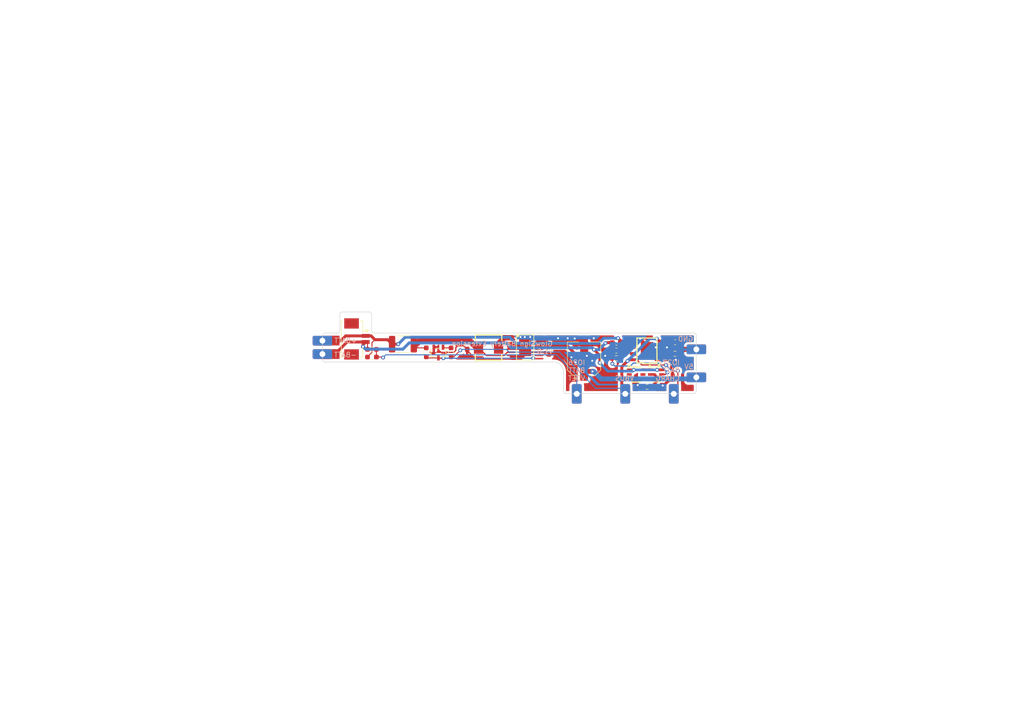
<source format=kicad_pcb>
(kicad_pcb (version 20211014) (generator pcbnew)
  (layers (0 "F.Cu" signal) (31 "B.Cu" signal) (34 "B.Paste" user) (35 "F.Paste" user) (36 "B.SilkS" user "B.Silkscreen") (37 "F.SilkS" user "F.Silkscreen") (38 "B.Mask" user) (39 "F.Mask" user) (44 "Edge.Cuts" user))
  (net 0 "")
  (net 1 "GND")
  (net 2 "VBUS")
  (net 3 "Net-(C2-Pad1)")
  (net 4 "+BATT")
  (net 5 "-BATT")
  (net 6 "+5V")
  (net 7 "IO26{slash}BATT VOLT")
  (net 8 "Net-(R3-Pad2)")
  (net 9 "Net-(R5-Pad2)")
  (net 10 "Net-(R7-Pad1)")
  (net 11 "Net-(R8-Pad1)")
  (net 14 "Net-(U3-Pad4)")
  (net 16 "Net-(U3-Pad6)")
  (net 18 "IO27{slash}BATT CHARGING")
  (net 20 "Net-(R4-Pad2)")
  (net 24 "Net-(U4-Pad1)")
  (footprint "footprint:SOT-23-6_L2.9-W1.6-P0.95-LS2.8-BL" (layer "F.Cu") (at 134.600698 76.875638 -90)
    (fp_text reference "U6" hide)
    (fp_text value "DW01A")
    (fp_line (start -1.539192 0.889205) (end -1.539192 -0.889205) (layer "F.SilkS") (width 0.1524))
    (fp_line (start 1.539192 0.889205) (end 1.539192 -0.889205) (layer "F.SilkS") (width 0.1524))
    (fp_circle (center -1.668275 1.301499) (end -1.518161 1.301499) (layer "F.SilkS") (width 0.3) (fill none))
    (fp_circle (center -1.463043 1.4) (end -1.41303 1.4) (layer "F.SilkS") (width 0.1) (fill none))
    (pad "1" smd rect (at -0.949962 1.149098 270) (size 0.532004 1.072009) (layers "F.Cu" "F.Paste" "F.Mask") (net 16 "Net-(U3-Pad6)"))
    (pad "2" smd rect (at 0 1.149098 270) (size 0.532004 1.072009) (layers "F.Cu" "F.Paste" "F.Mask") (net 9 "Net-(R5-Pad2)"))
    (pad "3" smd rect (at 0.949962 1.149098 270) (size 0.532004 1.072009) (layers "F.Cu" "F.Paste" "F.Mask") (net 14 "Net-(U3-Pad4)"))
    (pad "4" smd rect (at 0.949962 -1.149098 270) (size 0.532004 1.072009) (layers "F.Cu" "F.Paste" "F.Mask"))
    (pad "5" smd rect (at 0 -1.149098 270) (size 0.532004 1.072009) (layers "F.Cu" "F.Paste" "F.Mask") (net 11 "Net-(R8-Pad1)"))
    (pad "6" smd rect (at -0.949962 -1.149098 270) (size 0.532004 1.072009) (layers "F.Cu" "F.Paste" "F.Mask") (net 5 "-BATT"))
  )
  (footprint "Capacitor_SMD:C_0603_1608Metric_Pad1.08x0.95mm_HandSolder" (layer "F.Cu") (at 126.4412 70.358)
    (fp_text reference "C5" hide)
    (fp_text value "0.1uF")
    (fp_line (start -0.146267 0.51) (end 0.146267 0.51) (layer "F.SilkS") (width 0.12))
    (fp_line (start -0.146267 -0.51) (end 0.146267 -0.51) (layer "F.SilkS") (width 0.12))
    (pad "1" smd roundrect (at -0.8625 0) (size 1.075 0.95) (layers "F.Cu" "F.Paste" "F.Mask") (net 5 "-BATT"))
    (pad "2" smd roundrect (at 0.8625 0) (size 1.075 0.95) (layers "F.Cu" "F.Paste" "F.Mask") (net 4 "+BATT"))
  )
  (footprint "footprint:CONN-SMD_2P-P1.25_L4.4-W7.4" (layer "F.Cu") (at 73.924685 69.596 -90)
    (fp_text reference "U1" hide)
    (fp_text value "M1250RS-02P")
    (fp_line (start -1.790069 -1.685027) (end -1.789535 -1.095669) (layer "F.SilkS") (width 0.254001))
    (fp_line (start -1.748895 -1.65447) (end -1.790069 -1.695009) (layer "F.SilkS") (width 0.254001))
    (fp_line (start -1.769215 -1.095669) (end -1.479655 -1.38523) (layer "F.SilkS") (width 0.254001))
    (fp_line (start -3.700025 -0.604966) (end -3.683 -0.0508) (layer "F.SilkS") (width 0.12))
    (fp_line (start -3.700025 3.795085) (end 3.700025 3.795085) (layer "F.SilkS") (width 0.12))
    (fp_line (start -1.479655 -1.38523) (end -1.748895 -1.65447) (layer "F.SilkS") (width 0.254001))
    (fp_line (start 3.7084 0) (end 3.700025 -0.604966) (layer "F.SilkS") (width 0.12))
    (fp_line (start -3.700025 -0.604966) (end -1.3462 -0.6096) (layer "F.SilkS") (width 0.12))
    (fp_line (start -3.7084 3.4798) (end -3.700025 3.795085) (layer "F.SilkS") (width 0.12))
    (fp_line (start 3.700025 3.795085) (end 3.7084 3.4036) (layer "F.SilkS") (width 0.12))
    (fp_line (start 3.6576 -0.604966) (end 1.397 -0.604966) (layer "F.SilkS") (width 0.12))
    (fp_line (start -1.789535 -1.095669) (end -1.769215 -1.095669) (layer "F.SilkS") (width 0.254001))
    (pad "0" smd rect (at -3.175006 1.695009 270) (size 2.1 3) (layers "F.Cu" "F.Paste" "F.Mask"))
    (pad "0" smd rect (at 3.175006 1.695009 270) (size 2.1 3) (layers "F.Cu" "F.Paste" "F.Mask"))
    (pad "1" smd rect (at -0.625095 -1.204915 270) (size 0.8 1.6) (layers "F.Cu" "F.Paste" "F.Mask") (net 4 "+BATT"))
    (pad "2" smd rect (at 0.625095 -1.204915 270) (size 0.8 1.6) (layers "F.Cu" "F.Paste" "F.Mask") (net 5 "-BATT"))
  )
  (footprint "Resistor_SMD:R_0603_1608Metric_Pad0.98x0.95mm_HandSolder" (layer "F.Cu") (at 138.444942 72.623807)
    (fp_text reference "R7" hide)
    (fp_text value "5.1K")
    (fp_line (start -0.254724 0.5225) (end 0.254724 0.5225) (layer "F.SilkS") (width 0.12))
    (fp_line (start -0.254724 -0.5225) (end 0.254724 -0.5225) (layer "F.SilkS") (width 0.12))
    (pad "1" smd roundrect (at -0.9125 0) (size 0.975 0.95) (layers "F.Cu" "F.Paste" "F.Mask") (net 10 "Net-(R7-Pad1)"))
    (pad "2" smd roundrect (at 0.9125 0) (size 0.975 0.95) (layers "F.Cu" "F.Paste" "F.Mask") (net 1 "GND"))
  )
  (footprint "Fuse:Fuse_1812_4532Metric_Pad1.30x3.40mm_HandSolder" (layer "F.Cu") (at 82.7532 70.6628)
    (fp_text reference "F1" hide)
    (fp_text value "BSMD1812-300-16V")
    (fp_line (start -1.386252 -1.71) (end 1.386252 -1.71) (layer "F.SilkS") (width 0.12))
    (fp_line (start -1.386252 1.71) (end 1.386252 1.71) (layer "F.SilkS") (width 0.12))
    (pad "1" smd roundrect (at -2.225 0) (size 1.3 3.4) (layers "F.Cu" "F.Paste" "F.Mask") (roundrect_rratio 0.1923076923) (net 4 "+BATT"))
    (pad "2" smd roundrect (at 2.225 0) (size 1.3 3.4) (layers "F.Cu" "F.Paste" "F.Mask") (roundrect_rratio 0.1923076923) (net 3 "Net-(C2-Pad1)"))
  )
  (footprint "Resistor_SMD:R_0603_1608Metric_Pad0.98x0.95mm_HandSolder" (layer "F.Cu") (at 76.4051 71.7296)
    (fp_text reference "R2" hide)
    (fp_text value "100K")
    (fp_line (start -0.254724 -0.5225) (end 0.254724 -0.5225) (layer "F.SilkS") (width 0.12))
    (fp_line (start -0.254724 0.5225) (end 0.254724 0.5225) (layer "F.SilkS") (width 0.12))
    (pad "1" smd roundrect (at -0.9125 0) (size 0.975 0.95) (layers "F.Cu" "F.Paste" "F.Mask") (net 5 "-BATT"))
    (pad "2" smd roundrect (at 0.9125 0) (size 0.975 0.95) (layers "F.Cu" "F.Paste" "F.Mask") (net 7 "IO26{slash}BATT VOLT"))
  )
  (footprint "footprint:Castellated hole large" (layer "F.Cu") (at 128.27 80.8228 90)
    (fp_text reference "H7" hide)
    (fp_text value "Castellated_hole")
    (pad "1" thru_hole roundrect (at -0.0254 0 90) (size 4 2) (drill 1.2) (layers *.Cu *.Mask) (roundrect_rratio 0.1524) (net 2 "VBUS"))
  )
  (footprint "footprint:Solder pad" (layer "F.Cu") (at 67.9704 72.6186 90)
    (fp_text reference "P2" hide)
    (fp_text value "Solder_Pad")
    (pad "1" smd rect (at -0.0762 0.0508 90) (size 2 3.5) (layers "F.Cu" "F.Mask") (net 5 "-BATT"))
  )
  (footprint "footprint:SOT-23-6_L2.9-W1.6-P0.95-LS2.8-BR" (layer "F.Cu") (at 130.485898 76.887983 180)
    (fp_text reference "U3" hide)
    (fp_text value "FS8205A")
    (fp_line (start -0.9 -1.550013) (end 0.900025 -1.550013) (layer "F.SilkS") (width 0.254001))
    (fp_line (start -0.9 1.550013) (end 0.900025 1.550013) (layer "F.SilkS") (width 0.254001))
    (fp_circle (center 1.397003 1.650902) (end 1.524003 1.650902) (layer "F.SilkS") (width 0.254001) (fill none))
    (fp_circle (center 1.400025 1.434976) (end 1.430023 1.434976) (layer "F.SilkS") (width 0.059995) (fill none))
    (pad "1" smd rect (at 1.400051 0.94986 180) (size 1 0.550013) (layers "F.Cu" "F.Paste" "F.Mask") (net 5 "-BATT"))
    (pad "2" smd rect (at 1.400051 -0.000102 180) (size 1 0.550013) (layers "F.Cu" "F.Paste" "F.Mask"))
    (pad "3" smd rect (at 1.400051 -0.950064 180) (size 1 0.550013) (layers "F.Cu" "F.Paste" "F.Mask") (net 1 "GND"))
    (pad "4" smd rect (at -1.400051 -0.950064 180) (size 1 0.550013) (layers "F.Cu" "F.Paste" "F.Mask") (net 14 "Net-(U3-Pad4)"))
    (pad "5" smd rect (at -1.400051 -0.000102 180) (size 1 0.550013) (layers "F.Cu" "F.Paste" "F.Mask"))
    (pad "6" smd rect (at -1.400051 0.94986 180) (size 1 0.550013) (layers "F.Cu" "F.Paste" "F.Mask") (net 16 "Net-(U3-Pad6)"))
  )
  (footprint "footprint:Castellated hole large" (layer "F.Cu") (at 118.3386 80.8228 90)
    (fp_text reference "H3" hide)
    (fp_text value "Castellated_hole")
    (pad "1" thru_hole roundrect (at -0.0254 0 90) (size 4 2) (drill 1.2) (layers *.Cu *.Mask) (roundrect_rratio 0.1524) (net 7 "IO26{slash}BATT VOLT"))
  )
  (footprint "Capacitor_SMD:C_0603_1608Metric_Pad1.08x0.95mm_HandSolder" (layer "F.Cu") (at 112.6236 71.8312 90)
    (fp_text reference "C3" hide)
    (fp_text value "2.2uF")
    (fp_line (start -0.146267 0.51) (end 0.146267 0.51) (layer "F.SilkS") (width 0.12))
    (fp_line (start -0.146267 -0.51) (end 0.146267 -0.51) (layer "F.SilkS") (width 0.12))
    (pad "1" smd roundrect (at -0.8625 0 90) (size 1.075 0.95) (layers "F.Cu" "F.Paste" "F.Mask") (net 1 "GND"))
    (pad "2" smd roundrect (at 0.8625 0 90) (size 1.075 0.95) (layers "F.Cu" "F.Paste" "F.Mask") (net 6 "+5V"))
  )
  (footprint "Resistor_SMD:R_0603_1608Metric_Pad0.98x0.95mm_HandSolder" (layer "F.Cu") (at 132.725206 79.391539)
    (fp_text reference "R5" hide)
    (fp_text value "1K")
    (fp_line (start -0.254724 -0.5225) (end 0.254724 -0.5225) (layer "F.SilkS") (width 0.12))
    (fp_line (start -0.254724 0.5225) (end 0.254724 0.5225) (layer "F.SilkS") (width 0.12))
    (pad "1" smd roundrect (at -0.9125 0) (size 0.975 0.95) (layers "F.Cu" "F.Paste" "F.Mask") (net 1 "GND"))
    (pad "2" smd roundrect (at 0.9125 0) (size 0.975 0.95) (layers "F.Cu" "F.Paste" "F.Mask") (net 9 "Net-(R5-Pad2)"))
  )
  (footprint "footprint:IND-SMD_L5.4-W5.2_FXL0530" (layer "F.Cu") (at 100.2792 71.374)
    (fp_text reference "U7" hide)
    (fp_text value "FXL0530-6R8-M")
    (fp_line (start 2.7 2.599975) (end 2.7 1.481153) (layer "F.SilkS") (width 0.254001))
    (fp_line (start -2.7 1.481153) (end -2.7 2.6) (layer "F.SilkS") (width 0.254001))
    (fp_line (start 2.7 2.599975) (end -2.7 2.6) (layer "F.SilkS") (width 0.254001))
    (fp_line (start -2.7 -2.6) (end -2.7 -1.481153) (layer "F.SilkS") (width 0.254001))
    (fp_line (start 2.7 -1.481153) (end 2.7 -2.599975) (layer "F.SilkS") (width 0.254001))
    (fp_line (start -2.7 -2.6) (end 2.7 -2.599975) (layer "F.SilkS") (width 0.254001))
    (fp_circle (center -2.700025 2.6) (end -2.670028 2.6) (layer "F.SilkS") (width 0.059995) (fill none))
    (pad "1" smd rect locked (at -2.050038 0) (size 1.9 2.5) (layers "F.Cu" "F.Paste" "F.Mask") (net 3 "Net-(C2-Pad1)"))
    (pad "2" smd rect locked (at 2.050038 0) (size 1.9 2.5) (layers "F.Cu" "F.Paste" "F.Mask") (net 24 "Net-(U4-Pad1)"))
  )
  (footprint "footprint:Solder pad" (layer "F.Cu") (at 67.9704 69.85 90)
    (fp_text reference "P1" hide)
    (fp_text value "Solder_Pad")
    (pad "1" smd rect (at -0.0762 0.0508 90) (size 2 3.5) (layers "F.Cu" "F.Mask") (net 4 "+BATT"))
  )
  (footprint "footprint:Castellated hole large" (layer "F.Cu") (at 142.8496 71.7296)
    (fp_text reference "H6" hide)
    (fp_text value "Castellated_hole")
    (pad "1" thru_hole roundrect (at -0.0254 0) (size 4 2) (drill 1.2) (layers *.Cu *.Mask) (roundrect_rratio 0.1524) (net 1 "GND"))
  )
  (footprint "Capacitor_SMD:C_0603_1608Metric_Pad1.08x0.95mm_HandSolder" (layer "F.Cu") (at 95.9104 70.866 -90)
    (fp_text reference "C2" hide)
    (fp_text value "10uF")
    (fp_line (start -0.146267 0.51) (end 0.146267 0.51) (layer "F.SilkS") (width 0.12))
    (fp_line (start -0.146267 -0.51) (end 0.146267 -0.51) (layer "F.SilkS") (width 0.12))
    (pad "1" smd roundrect (at -0.8625 0 270) (size 1.075 0.95) (layers "F.Cu" "F.Paste" "F.Mask") (net 3 "Net-(C2-Pad1)"))
    (pad "2" smd roundrect (at 0.8625 0 270) (size 1.075 0.95) (layers "F.Cu" "F.Paste" "F.Mask") (net 1 "GND"))
  )
  (footprint "Resistor_SMD:R_0603_1608Metric_Pad0.98x0.95mm_HandSolder" (layer "F.Cu") (at 92.6084 72.3392 90)
    (fp_text reference "R3" hide)
    (fp_text value "100K")
    (fp_line (start -0.254724 -0.5225) (end 0.254724 -0.5225) (layer "F.SilkS") (width 0.12))
    (fp_line (start -0.254724 0.5225) (end 0.254724 0.5225) (layer "F.SilkS") (width 0.12))
    (pad "1" smd roundrect (at -0.9125 0 90) (size 0.975 0.95) (layers "F.Cu" "F.Paste" "F.Mask") (net 2 "VBUS"))
    (pad "2" smd roundrect (at 0.9125 0 90) (size 0.975 0.95) (layers "F.Cu" "F.Paste" "F.Mask") (net 8 "Net-(R3-Pad2)"))
  )
  (footprint "footprint:ESOP-8_L4.9-W3.9-P1.27-LS6.0-BL-EP" (layer "F.Cu") (at 132.704542 71.963407 90)
    (fp_text reference "U5" hide)
    (fp_text value "TP4056")
    (fp_line (start 2.549911 2.050038) (end -2.550165 2.050038) (layer "F.SilkS") (width 0.254001))
    (fp_line (start -2.549911 0.800102) (end -2.549911 2.050038) (layer "F.SilkS") (width 0.254001))
    (fp_line (start -2.549911 -2.050038) (end 2.550165 -2.050038) (layer "F.SilkS") (width 0.254001))
    (fp_line (start 2.549911 -2.050038) (end 2.549911 2.050038) (layer "F.SilkS") (width 0.254001))
    (fp_line (start -2.549911 -0.800102) (end -2.549911 -2.050038) (layer "F.SilkS") (width 0.254001))
    (fp_arc (start -2.499873 0.800102) (mid -2.680296 0) (end -2.499873 -0.800102) (layer "F.SilkS") (width 0.254001))
    (fp_circle (center -3.029972 2.500127) (end -2.859792 2.500127) (layer "F.SilkS") (width 0.254001) (fill none))
    (fp_circle (center -2.454153 2.949962) (end -2.424181 2.949962) (layer "F.SilkS") (width 0.059995) (fill none))
    (pad "1" smd rect (at -1.905004 2.908306 90) (size 0.6 1.2) (layers "F.Cu" "F.Paste" "F.Mask") (net 1 "GND"))
    (pad "2" smd rect (at -0.635001 2.908306 90) (size 0.6 1.2) (layers "F.Cu" "F.Paste" "F.Mask") (net 10 "Net-(R7-Pad1)"))
    (pad "3" smd rect (at 0.635001 2.908306 90) (size 0.6 1.2) (layers "F.Cu" "F.Paste" "F.Mask") (net 1 "GND"))
    (pad "4" smd rect (at 1.905004 2.908306 90) (size 0.6 1.2) (layers "F.Cu" "F.Paste" "F.Mask") (net 2 "VBUS"))
    (pad "5" smd rect (at 1.905004 -2.908306 90) (size 0.6 1.2) (layers "F.Cu" "F.Paste" "F.Mask") (net 4 "+BATT"))
    (pad "6" smd rect (at 0.635001 -2.908306 90) (size 0.6 1.2) (layers "F.Cu" "F.Paste" "F.Mask"))
    (pad "7" smd rect (at -0.635001 -2.908306 90) (size 0.6 1.2) (layers "F.Cu" "F.Paste" "F.Mask") (net 18 "IO27{slash}BATT CHARGING"))
    (pad "8" smd rect (at -1.905004 -2.908306 90) (size 0.6 1.2) (layers "F.Cu" "F.Paste" "F.Mask") (net 2 "VBUS"))
    (pad "9" smd rect (at 0 0 270) (size 3.499873 2.5) (layers "F.Cu" "F.Paste" "F.Mask") (net 1 "GND"))
  )
  (footprint "Capacitor_SMD:C_0603_1608Metric_Pad1.08x0.95mm_HandSolder" (layer "F.Cu") (at 138.4808 70.2564 180)
    (fp_text reference "C1" hide)
    (fp_text value "10uF")
    (fp_line (start -0.146267 0.51) (end 0.146267 0.51) (layer "F.SilkS") (width 0.12))
    (fp_line (start -0.146267 -0.51) (end 0.146267 -0.51) (layer "F.SilkS") (width 0.12))
    (pad "1" smd roundrect (at -0.8625 0 180) (size 1.075 0.95) (layers "F.Cu" "F.Paste" "F.Mask") (net 1 "GND"))
    (pad "2" smd roundrect (at 0.8625 0 180) (size 1.075 0.95) (layers "F.Cu" "F.Paste" "F.Mask") (net 2 "VBUS"))
  )
  (footprint "Capacitor_SMD:CP_Elec_6.3x5.4" (layer "F.Cu") (at 119.8372 73.6152 90)
    (fp_text reference "C6" hide)
    (fp_text value "220uF 10V")
    (fp_line (start 3.41 -3.41) (end 3.41 -1.06) (layer "F.SilkS") (width 0.12))
    (fp_line (start -3.41 2.345563) (end -3.41 1.06) (layer "F.SilkS") (width 0.12))
    (fp_line (start -4.4375 -1.8475) (end -3.65 -1.8475) (layer "F.SilkS") (width 0.12))
    (fp_line (start -2.345563 -3.41) (end 3.41 -3.41) (layer "F.SilkS") (width 0.12))
    (fp_line (start 3.41 3.41) (end 3.41 1.06) (layer "F.SilkS") (width 0.12))
    (fp_line (start -3.41 -2.345563) (end -2.345563 -3.41) (layer "F.SilkS") (width 0.12))
    (fp_line (start -3.41 2.345563) (end -2.345563 3.41) (layer "F.SilkS") (width 0.12))
    (fp_line (start -3.41 -2.345563) (end -3.41 -1.06) (layer "F.SilkS") (width 0.12))
    (fp_line (start -4.04375 -2.24125) (end -4.04375 -1.45375) (layer "F.SilkS") (width 0.12))
    (fp_line (start -2.345563 3.41) (end 3.41 3.41) (layer "F.SilkS") (width 0.12))
    (pad "1" smd roundrect (at -2.8 0 90) (size 3.5 1.6) (layers "F.Cu" "F.Paste" "F.Mask") (roundrect_rratio 0.15625) (net 6 "+5V"))
    (pad "2" smd roundrect (at 2.8 0 90) (size 3.5 1.6) (layers "F.Cu" "F.Paste" "F.Mask") (roundrect_rratio 0.15625) (net 1 "GND"))
  )
  (footprint "Capacitor_SMD:C_0603_1608Metric_Pad1.08x0.95mm_HandSolder" (layer "F.Cu") (at 126.4412 71.9836 180)
    (fp_text reference "C4" hide)
    (fp_text value "10uF")
    (fp_line (start -0.146267 0.51) (end 0.146267 0.51) (layer "F.SilkS") (width 0.12))
    (fp_line (start -0.146267 -0.51) (end 0.146267 -0.51) (layer "F.SilkS") (width 0.12))
    (pad "1" smd roundrect (at -0.8625 0 180) (size 1.075 0.95) (layers "F.Cu" "F.Paste" "F.Mask") (net 4 "+BATT"))
    (pad "2" smd roundrect (at 0.8625 0 180) (size 1.075 0.95) (layers "F.Cu" "F.Paste" "F.Mask") (net 1 "GND"))
  )
  (footprint "footprint:Castellated hole large" (layer "F.Cu") (at 138.2014 80.8228 90)
    (fp_text reference "H4" hide)
    (fp_text value "Castellated_hole")
    (pad "1" thru_hole roundrect (at -0.0254 0 90) (size 4 2) (drill 1.2) (layers *.Cu *.Mask) (roundrect_rratio 0.1524) (net 18 "IO27{slash}BATT CHARGING"))
  )
  (footprint "footprint:HTSSOP-16_L5.0-W4.4-P0.65-LS6.4-BL-EP" (layer "F.Cu") (at 107.772779 71.342512 -90)
    (fp_text reference "U4" hide)
    (fp_text value "TPS61032PWPR")
    (fp_line (start -2.5762 1.7714) (end -2.5762 -1.7714) (layer "F.SilkS") (width 0.1524))
    (fp_line (start 2.5762 1.7714) (end -2.5762 1.7714) (layer "F.SilkS") (width 0.1524))
    (fp_line (start 2.5762 -1.7714) (end 2.5762 1.7714) (layer "F.SilkS") (width 0.1524))
    (fp_line (start -2.5762 -1.7714) (end 2.5762 -1.7714) (layer "F.SilkS") (width 0.1524))
    (fp_circle (center -2.4 1.51) (end -2.249885 1.51) (layer "F.SilkS") (width 0.3) (fill none))
    (pad "1" smd oval (at -2.275083 2.873254 270) (size 0.343002 1.746507) (layers "F.Cu" "F.Paste" "F.Mask") (net 24 "Net-(U4-Pad1)"))
    (pad "2" smd oval (at -1.625095 2.873254 270) (size 0.343002 1.746507) (layers "F.Cu" "F.Paste" "F.Mask") (net 24 "Net-(U4-Pad1)"))
    (pad "3" smd oval (at -0.975108 2.873254 270) (size 0.343002 1.746507) (layers "F.Cu" "F.Paste" "F.Mask") (net 1 "GND"))
    (pad "4" smd oval (at -0.324867 2.873254 270) (size 0.343002 1.746507) (layers "F.Cu" "F.Paste" "F.Mask") (net 1 "GND"))
    (pad "5" smd oval (at 0.325121 2.873254 270) (size 0.343002 1.746507) (layers "F.Cu" "F.Paste" "F.Mask") (net 1 "GND"))
    (pad "6" smd oval (at 0.975108 2.873254 270) (size 0.343002 1.746507) (layers "F.Cu" "F.Paste" "F.Mask") (net 3 "Net-(C2-Pad1)"))
    (pad "7" smd oval (at 1.625095 2.873254 270) (size 0.343002 1.746507) (layers "F.Cu" "F.Paste" "F.Mask") (net 1 "GND"))
    (pad "8" smd oval (at 2.275083 2.873254 270) (size 0.343002 1.746507) (layers "F.Cu" "F.Paste" "F.Mask") (net 1 "GND"))
    (pad "9" smd oval (at 2.275083 -2.873254 270) (size 0.343002 1.746507) (layers "F.Cu" "F.Paste" "F.Mask") (net 20 "Net-(R4-Pad2)"))
    (pad "10" smd oval (at 1.625095 -2.873254 270) (size 0.343002 1.746507) (layers "F.Cu" "F.Paste" "F.Mask"))
    (pad "11" smd oval (at 0.975108 -2.873254 270) (size 0.343002 1.746507) (layers "F.Cu" "F.Paste" "F.Mask") (net 1 "GND"))
    (pad "12" smd oval (at 0.325121 -2.873254 270) (size 0.343002 1.746507) (layers "F.Cu" "F.Paste" "F.Mask"))
    (pad "13" smd oval (at -0.324867 -2.873254 270) (size 0.343002 1.746507) (layers "F.Cu" "F.Paste" "F.Mask") (net 6 "+5V"))
    (pad "14" smd oval (at -0.975108 -2.873254 270) (size 0.343002 1.746507) (layers "F.Cu" "F.Paste" "F.Mask") (net 6 "+5V"))
    (pad "15" smd oval (at -1.625095 -2.873254 270) (size 0.343002 1.746507) (layers "F.Cu" "F.Paste" "F.Mask") (net 6 "+5V"))
    (pad "16" smd oval (at -2.275083 -2.873254 270) (size 0.343002 1.746507) (layers "F.Cu" "F.Paste" "F.Mask"))
    (pad "17" smd rect (at 0 0 270) (size 3.550013 2.459995) (layers "F.Cu" "F.Paste" "F.Mask") (net 1 "GND"))
  )
  (footprint "Resistor_SMD:R_0603_1608Metric_Pad0.98x0.95mm_HandSolder" (layer "F.Cu") (at 76.4051 73.3044 180)
    (fp_text reference "R1" hide)
    (fp_text value "100K")
    (fp_line (start -0.254724 -0.5225) (end 0.254724 -0.5225) (layer "F.SilkS") (width 0.12))
    (fp_line (start -0.254724 0.5225) (end 0.254724 0.5225) (layer "F.SilkS") (width 0.12))
    (pad "1" smd roundrect (at -0.9125 0 180) (size 0.975 0.95) (layers "F.Cu" "F.Paste" "F.Mask") (net 7 "IO26{slash}BATT VOLT"))
    (pad "2" smd roundrect (at 0.9125 0 180) (size 0.975 0.95) (layers "F.Cu" "F.Paste" "F.Mask") (net 4 "+BATT"))
  )
  (footprint "Resistor_SMD:R_0603_1608Metric_Pad0.98x0.95mm_HandSolder" (layer "F.Cu") (at 87.5284 72.3392 -90)
    (fp_text reference "R4" hide)
    (fp_text value "100K")
    (fp_line (start -0.254724 -0.5225) (end 0.254724 -0.5225) (layer "F.SilkS") (width 0.12))
    (fp_line (start -0.254724 0.5225) (end 0.254724 0.5225) (layer "F.SilkS") (width 0.12))
    (pad "1" smd roundrect (at -0.9125 0 270) (size 0.975 0.95) (layers "F.Cu" "F.Paste" "F.Mask") (net 3 "Net-(C2-Pad1)"))
    (pad "2" smd roundrect (at 0.9125 0 270) (size 0.975 0.95) (layers "F.Cu" "F.Paste" "F.Mask") (net 20 "Net-(R4-Pad2)"))
  )
  (footprint "footprint:Castellated hole large" (layer "F.Cu") (at 66.294 69.9516)
    (fp_text reference "H1" hide)
    (fp_text value "Castellated_hole")
    (pad "1" thru_hole roundrect (at -0.0254 0) (size 4 2) (drill 1.2) (layers *.Cu *.Mask) (roundrect_rratio 0.1524) (net 4 "+BATT"))
  )
  (footprint "footprint:Castellated hole large" (layer "F.Cu") (at 66.294 72.6948)
    (fp_text reference "H2" hide)
    (fp_text value "Castellated_hole")
    (pad "1" thru_hole roundrect (at -0.0254 0) (size 4 2) (drill 1.2) (layers *.Cu *.Mask) (roundrect_rratio 0.1524) (net 5 "-BATT"))
  )
  (footprint "Resistor_SMD:R_0603_1608Metric_Pad0.98x0.95mm_HandSolder" (layer "F.Cu") (at 126.4412 73.5584)
    (fp_text reference "R8" hide)
    (fp_text value "100")
    (fp_line (start -0.254724 -0.5225) (end 0.254724 -0.5225) (layer "F.SilkS") (width 0.12))
    (fp_line (start -0.254724 0.5225) (end 0.254724 0.5225) (layer "F.SilkS") (width 0.12))
    (pad "1" smd roundrect (at -0.9125 0) (size 0.975 0.95) (layers "F.Cu" "F.Paste" "F.Mask") (net 11 "Net-(R8-Pad1)"))
    (pad "2" smd roundrect (at 0.9125 0) (size 0.975 0.95) (layers "F.Cu" "F.Paste" "F.Mask") (net 4 "+BATT"))
  )
  (footprint "footprint:Castellated hole large" (layer "F.Cu") (at 142.8496 77.47)
    (fp_text reference "H5" hide)
    (fp_text value "Castellated_hole")
    (pad "1" thru_hole roundrect (at -0.0254 0) (size 4 2) (drill 1.2) (layers *.Cu *.Mask) (roundrect_rratio 0.1524) (net 6 "+5V"))
  )
  (footprint "footprint:SOT-23-3_L3.0-W1.7-P0.95-LS2.9-BR" (layer "F.Cu") (at 90.0176 72.39 90)
    (fp_text reference "U2" hide)
    (fp_text value "S8050")
    (fp_line (start -0.8587 1.526213) (end -0.8587 0.49459) (layer "F.SilkS") (width 0.1524))
    (fp_line (start 0.8587 -0.455398) (end 0.8587 0.455398) (layer "F.SilkS") (width 0.1524))
    (fp_line (start 0.8587 -1.526213) (end -0.8587 -1.526213) (layer "F.SilkS") (width 0.1524))
    (fp_line (start 0.8587 1.526213) (end -0.8587 1.526213) (layer "F.SilkS") (width 0.1524))
    (fp_line (start -0.8587 -1.526213) (end -0.8587 -0.49459) (layer "F.SilkS") (width 0.1524))
    (fp_circle (center 1.424994 1.499975) (end 1.454991 1.499975) (layer "F.SilkS") (width 0.059995) (fill none))
    (pad "1" smd rect (at 1.101346 0.949962 90) (size 1.03749 0.532004) (layers "F.Cu" "F.Paste" "F.Mask") (net 8 "Net-(R3-Pad2)"))
    (pad "2" smd rect (at 1.101346 -0.949962 90) (size 1.03749 0.532004) (layers "F.Cu" "F.Paste" "F.Mask") (net 1 "GND"))
    (pad "3" smd rect (at -1.101346 0 90) (size 1.03749 0.532004) (layers "F.Cu" "F.Paste" "F.Mask") (net 20 "Net-(R4-Pad2)"))
  )
  (gr_line locked (start 66.79454 68.3768) (end 69.356431 68.3768) (layer "Edge.Cuts") (width 0.1))
  (gr_line locked (start 69.411412 74.322228) (end 66.79454 74.322228) (layer "Edge.Cuts") (width 0.1))
  (gr_line locked (start 70.356431 64.06627) (end 75.851586 64.06627) (layer "Edge.Cuts") (width 0.1))
  (gr_arc locked (start 69.856431 64.56627) (mid 70.002878 64.212717) (end 70.356431 64.06627) (layer "Edge.Cuts") (width 0.1))
  (gr_arc locked (start 142.299615 68.3768) (mid 142.653189 68.523238) (end 142.799615 68.8768) (layer "Edge.Cuts") (width 0.1))
  (gr_line locked (start 115.625445 80.273967) (end 115.625445 76.322228) (layer "Edge.Cuts") (width 0.1))
  (gr_arc locked (start 69.856431 67.8768) (mid 69.709984 68.230353) (end 69.356431 68.3768) (layer "Edge.Cuts") (width 0.1))
  (gr_line locked (start 76.851586 68.3768) (end 142.299615 68.3768) (layer "Edge.Cuts") (width 0.1))
  (gr_arc locked (start 113.625445 74.322228) (mid 115.03965 74.908018) (end 115.625445 76.322228) (layer "Edge.Cuts") (width 0.1))
  (gr_line locked (start 69.856431 67.8768) (end 69.856431 64.56627) (layer "Edge.Cuts") (width 0.1))
  (gr_line locked (start 76.351586 64.56627) (end 76.351586 67.8768) (layer "Edge.Cuts") (width 0.1))
  (gr_arc locked (start 116.125445 80.773967) (mid 115.771869 80.627527) (end 115.625445 80.273967) (layer "Edge.Cuts") (width 0.1))
  (gr_arc locked (start 76.851586 68.3768) (mid 76.498033 68.230353) (end 76.351586 67.8768) (layer "Edge.Cuts") (width 0.1))
  (gr_arc locked (start 66.79454 74.322228) (mid 66.440987 74.175781) (end 66.29454 73.822228) (layer "Edge.Cuts") (width 0.1))
  (gr_line locked (start 113.625445 74.322228) (end 69.411412 74.322228) (layer "Edge.Cuts") (width 0.1))
  (gr_arc locked (start 66.29454 68.8768) (mid 66.440987 68.523247) (end 66.79454 68.3768) (layer "Edge.Cuts") (width 0.1))
  (gr_arc locked (start 142.799615 80.273967) (mid 142.653151 80.627484) (end 142.299615 80.773967) (layer "Edge.Cuts") (width 0.1))
  (gr_line locked (start 142.799615 68.8768) (end 142.799615 80.273967) (layer "Edge.Cuts") (width 0.1))
  (gr_arc locked (start 75.851586 64.06627) (mid 76.20514 64.212716) (end 76.351586 64.56627) (layer "Edge.Cuts") (width 0.1))
  (gr_line locked (start 142.299615 80.773967) (end 116.125445 80.773967) (layer "Edge.Cuts") (width 0.1))
  (gr_line locked (start 66.29454 73.822228) (end 66.29454 68.8768) (layer "Edge.Cuts") (width 0.1))
  (gr_text "5V" (at 142.2908 75.2856) (layer "B.SilkS") (effects (font (size 1 1)) (justify left mirror)))
  (gr_text "VBUS" (at 130.1496 77.6576) (layer "B.SilkS") (effects (font (size 1 1)) (justify left mirror)))
  (gr_text "GlowSign Battery Extension\nv1.0" (at 113.4872 71.374) (layer "B.SilkS") (effects (font (size 1 1)) (justify left mirror)))
  (gr_text "-BATT" (at 70.9676 72.8472) (layer "B.SilkS") (effects (font (size 1 1)) (justify mirror)))
  (gr_text "+BATT" (at 71.0184 69.9516) (layer "B.SilkS") (effects (font (size 1 1)) (justify mirror)))
  (gr_text "GND" (at 142.24 69.596) (layer "B.SilkS") (effects (font (size 1 1)) (justify left mirror)))
  (gr_text "IO27/\nBATT \nCHARG" (at 139.4968 76.0476) (layer "B.SilkS") (effects (font (size 1 1)) (justify left mirror)))
  (gr_text "IO26/\nBATT \nVOLT" (at 120.142 76.0476) (layer "B.SilkS") (effects (font (size 1 1)) (justify left mirror)))
  (segment (start 93.5736 71.9328) (end 93.5736 71.374) (width 0.25) (layer "F.Cu") (net 1))
  (segment (start 104.64477 71.2724) (end 104.899525 71.017645) (width 0.3) (layer "F.Cu") (net 1))
  (segment (start 112.1653 72.6937) (end 111.8108 72.3392) (width 0.6) (layer "F.Cu") (net 1))
  (segment (start 104.899525 71.017645) (end 107.447912 71.017645) (width 1.65) (layer "F.Cu") (net 1))
  (segment (start 135.612848 73.868411) (end 137.865989 73.868411) (width 0.6) (layer "F.Cu") (net 1))
  (segment (start 135.612848 71.328406) (end 136.799194 71.328406) (width 0.6) (layer "F.Cu") (net 1))
  (segment (start 107.772779 70.230421) (end 107.772779 71.342512) (width 0.3) (layer "F.Cu") (net 1))
  (segment (start 89.067638 71.288654) (end 89.475054 71.288654) (width 0.25) (layer "F.Cu") (net 1))
  (segment (start 140.251649 71.7296) (end 142.499615 71.7296) (width 1) (layer "F.Cu") (net 1))
  (segment (start 137.865989 77.424411) (end 137.865989 73.868411) (width 0.6) (layer "F.Cu") (net 1))
  (segment (start 138.881989 73.868411) (end 139.357442 73.392958) (width 0.6) (layer "F.Cu") (net 1))
  (segment (start 139.357442 72.623807) (end 140.251649 71.7296) (width 1) (layer "F.Cu") (net 1))
  (segment (start 107.772779 69.266379) (end 107.772779 71.342512) (width 1) (layer "F.Cu") (net 1))
  (segment (start 108.747887 72.31762) (end 107.772779 71.342512) (width 0.35) (layer "F.Cu") (net 1))
  (segment (start 135.612848 71.328406) (end 134.513194 71.328406) (width 0.6) (layer "F.Cu") (net 1))
  (segment (start 105.16192 73.3552) (end 106.7816 73.3552) (width 1.1) (layer "F.Cu") (net 1))
  (segment (start 131.156739 79.391539) (end 131.812706 79.391539) (width 0.6) (layer "F.Cu") (net 1))
  (segment (start 136.799194 71.328406) (end 139.339194 71.328406) (width 0.6) (layer "F.Cu") (net 1))
  (segment (start 89.475054 71.288654) (end 90.5256 72.3392) (width 0.25) (layer "F.Cu") (net 1))
  (segment (start 90.5256 72.3392) (end 93.1672 72.3392) (width 0.25) (layer "F.Cu") (net 1))
  (segment (start 131.207539 79.391539) (end 129.654047 77.838047) (width 0.55) (layer "F.Cu") (net 1))
  (segment (start 116.5849 72.6937) (end 117.2464 73.3552) (width 0.6) (layer "F.Cu") (net 1))
  (segment (start 107.696 69.1896) (end 107.772779 69.266379) (width 0.3) (layer "F.Cu") (net 1))
  (segment (start 112.6236 72.6937) (end 116.5849 72.6937) (width 0.6) (layer "F.Cu") (net 1))
  (segment (start 139.3433 72.609665) (end 139.357442 72.623807) (width 0.6) (layer "F.Cu") (net 1))
  (segment (start 95.9104 71.9836) (end 97.6376 73.7108) (width 0.25) (layer "F.Cu") (net 1))
  (segment (start 123.8504 71.9836) (end 125.5787 71.9836) (width 0.6) (layer "F.Cu") (net 1))
  (segment (start 110.646033 72.31762) (end 111.78922 72.31762) (width 0.35) (layer "F.Cu") (net 1))
  (segment (start 139.3433 70.2564) (end 139.3433 71.3243) (width 0.6) (layer "F.Cu") (net 1))
  (segment (start 93.5736 71.374) (end 93.9292 71.0184) (width 0.25) (layer "F.Cu") (net 1))
  (segment (start 110.646033 72.31762) (end 108.747887 72.31762) (width 0.35) (layer "F.Cu") (net 1))
  (segment (start 120.396 73.0504) (end 120.396 71.374) (width 0.6) (layer "F.Cu") (net 1))
  (segment (start 108.8136 69.1896) (end 107.772779 70.230421) (width 1) (layer "F.Cu") (net 1))
  (segment (start 132.704542 70.931742) (end 131.318 69.5452) (width 0.6) (layer "F.Cu") (net 1))
  (segment (start 138.627989 73.868411) (end 138.881989 73.868411) (width 0.6) (layer "F.Cu") (net 1))
  (segment (start 135.612848 73.868411) (end 134.609546 73.868411) (width 0.6) (layer "F.Cu") (net 1))
  (segment (start 104.5972 71.2724) (end 104.64477 71.2724) (width 0.3) (layer "F.Cu") (net 1))
  (segment (start 97.6376 73.7108) (end 104.80632 73.7108) (width 0.25) (layer "F.Cu") (net 1))
  (segment (start 107.447912 69.805112) (end 106.8324 69.1896) (width 1) (layer "F.Cu") (net 1))
  (segment (start 104.899525 73.617595) (end 105.16192 73.3552) (width 0.3) (layer "F.Cu") (net 1))
  (segment (start 112.6236 72.6937) (end 112.1653 72.6937) (width 0.6) (layer "F.Cu") (net 1))
  (segment (start 129.654047 77.838047) (end 129.085847 77.838047) (width 0.55) (layer "F.Cu") (net 1))
  (segment (start 95.9104 71.7285) (end 95.9104 71.9836) (width 0.25) (layer "F.Cu") (net 1))
  (segment (start 104.80632 73.7108) (end 105.16192 73.3552) (width 0.25) (layer "F.Cu") (net 1))
  (segment (start 122.682 70.8152) (end 123.8504 71.9836) (width 0.6) (layer "F.Cu") (net 1))
  (segment (start 134.513194 71.328406) (end 133.339543 71.328406) (width 0.6) (layer "F.Cu") (net 1))
  (segment (start 137.865989 73.868411) (end 138.627989 73.868411) (width 0.6) (layer "F.Cu") (net 1))
  (segment (start 132.704542 71.963407) (end 132.704542 70.931742) (width 0.6) (layer "F.Cu") (net 1))
  (segment (start 139.3433 71.3243) (end 139.3433 72.609665) (width 0.6) (layer "F.Cu") (net 1))
  (segment (start 134.609546 73.868411) (end 132.704542 71.963407) (width 0.6) (layer "F.Cu") (net 1))
  (segment (start 107.772779 72.364021) (end 107.772779 71.342512) (width 0.3) (layer "F.Cu") (net 1))
  (segment (start 111.78922 72.31762) (end 111.8108 72.3392) (width 0.3) (layer "F.Cu") (net 1))
  (segment (start 107.447912 71.017645) (end 107.447912 69.805112) (width 0.3) (layer "F.Cu") (net 1))
  (segment (start 117.9068 69.4944) (end 118.5164 69.4944) (width 1) (layer "F.Cu") (net 1))
  (segment (start 107.447912 71.017645) (end 107.772779 71.342512) (width 0.3) (layer "F.Cu") (net 1))
  (segment (start 133.339543 71.328406) (end 132.704542 71.963407) (width 0.6) (layer "F.Cu") (net 1))
  (segment (start 95.2003 71.0184) (end 95.9104 71.7285) (width 0.25) (layer "F.Cu") (net 1))
  (segment (start 118.5164 69.4944) (end 119.8372 70.8152) (width 1) (layer "F.Cu") (net 1))
  (segment (start 106.7816 73.3552) (end 107.772779 72.364021) (width 1.1) (layer "F.Cu") (net 1))
  (segment (start 136.144 79.1464) (end 137.865989 77.424411) (width 0.6) (layer "F.Cu") (net 1))
  (segment (start 135.9408 79.1464) (end 136.144 79.1464) (width 0.6) (layer "F.Cu") (net 1))
  (segment (start 120.396 71.374) (end 119.8372 70.8152) (width 0.6) (layer "F.Cu") (net 1))
  (segment (start 93.1672 72.3392) (end 93.5736 71.9328) (width 0.25) (layer "F.Cu") (net 1))
  (segment (start 93.9292 71.0184) (end 95.2003 71.0184) (width 0.25) (layer "F.Cu") (net 1))
  (segment (start 139.357442 73.392958) (end 139.357442 72.623807) (width 0.6) (layer "F.Cu") (net 1))
  (segment (start 131.812706 79.391539) (end 131.207539 79.391539) (width 0.6) (layer "F.Cu") (net 1))
  (segment (start 139.339194 71.328406) (end 139.3433 71.3243) (width 0.6) (layer "F.Cu") (net 1))
  (segment (start 130.81 79.0448) (end 131.156739 79.391539) (width 0.6) (layer "F.Cu") (net 1))
  (segment (start 119.8372 70.8152) (end 122.682 70.8152) (width 0.6) (layer "F.Cu") (net 1))
  (via (at 118.11 74.3712) (size 0.8) (drill 0.4) (layers "F.Cu" "B.Cu") (net 1))
  (via (at 130.81 79.0448) (size 0.8) (drill 0.4) (layers "F.Cu" "B.Cu") (net 1))
  (via (at 136.799194 71.328406) (size 0.8) (drill 0.4) (layers "F.Cu" "B.Cu") (net 1))
  (via (at 117.2464 73.3552) (size 0.8) (drill 0.4) (layers "F.Cu" "B.Cu") (net 1))
  (via (at 114.5032 69.4436) (size 0.8) (drill 0.4) (layers "F.Cu" "B.Cu") (net 1))
  (via (at 121.8184 69.4436) (size 0.8) (drill 0.4) (layers "F.Cu" "B.Cu") (net 1))
  (via (at 121.5136 74.0664) (size 0.8) (drill 0.4) (layers "F.Cu" "B.Cu") (net 1))
  (via (at 108.8136 69.1896) (size 0.8) (drill 0.4) (layers "F.Cu" "B.Cu") (net 1))
  (via (at 106.8324 69.1896) (size 0.8) (drill 0.4) (layers "F.Cu" "B.Cu") (net 1))
  (via (at 134.513194 71.328406) (size 0.8) (drill 0.4) (layers "F.Cu" "B.Cu") (net 1))
  (via (at 135.9408 79.1464) (size 0.8) (drill 0.4) (layers "F.Cu" "B.Cu") (net 1))
  (via (at 131.318 69.5452) (size 0.8) (drill 0.4) (layers "F.Cu" "B.Cu") (net 1))
  (via (at 120.396 73.0504) (size 0.8) (drill 0.4) (layers "F.Cu" "B.Cu") (net 1))
  (via (at 117.9068 69.4944) (size 0.8) (drill 0.4) (layers "F.Cu" "B.Cu") (net 1))
  (via (at 116.4844 69.4436) (size 0.8) (drill 0.4) (layers "F.Cu" "B.Cu") (net 1))
  (via (at 124.1552 73.0504) (size 0.8) (drill 0.4) (layers "F.Cu" "B.Cu") (net 1))
  (via (at 138.627989 73.868411) (size 0.8) (drill 0.4) (layers "F.Cu" "B.Cu") (net 1))
  (via (at 107.696 69.1896) (size 0.8) (drill 0.4) (layers "F.Cu" "B.Cu") (net 1))
  (segment (start 116.4844 69.4436) (end 117.856 69.4436) (width 1) (layer "B.Cu") (net 1))
  (segment (start 109.0676 69.4436) (end 114.5032 69.4436) (width 1) (layer "B.Cu") (net 1))
  (segment (start 131.4704 79.7052) (end 135.382 79.7052) (width 0.6) (layer "B.Cu") (net 1))
  (segment (start 108.8136 69.1896) (end 107.696 69.1896) (width 1) (layer "B.Cu") (net 1))
  (segment (start 114.5032 69.4436) (end 116.4844 69.4436) (width 1) (layer "B.Cu") (net 1))
  (segment (start 135.382 79.7052) (end 135.9408 79.1464) (width 0.6) (layer "B.Cu") (net 1))
  (segment (start 117.2464 73.3552) (end 120.0912 73.3552) (width 0.6) (layer "B.Cu") (net 1))
  (segment (start 107.696 69.1896) (end 106.8324 69.1896) (width 1) (layer "B.Cu") (net 1))
  (segment (start 131.318 69.5452) (end 127.8128 73.0504) (width 0.6) (layer "B.Cu") (net 1))
  (segment (start 117.856 69.4436) (end 117.9068 69.4944) (width 1) (layer "B.Cu") (net 1))
  (segment (start 120.0912 73.3552) (end 120.396 73.0504) (width 0.6) (layer "B.Cu") (net 1))
  (segment (start 124.1552 73.0504) (end 120.396 73.0504) (width 0.6) (layer "B.Cu") (net 1))
  (segment (start 108.8136 69.1896) (end 109.0676 69.4436) (width 1) (layer "B.Cu") (net 1))
  (segment (start 130.81 79.0448) (end 131.4704 79.7052) (width 0.6) (layer "B.Cu") (net 1))
  (segment (start 127.8128 73.0504) (end 124.1552 73.0504) (width 0.6) (layer "B.Cu") (net 1))
  (segment (start 128.7272 74.1172) (end 127.5588 75.2856) (width 0.6) (layer "F.Cu") (net 2))
  (segment (start 127.5588 75.2856) (end 127.5588 80.137) (width 0.6) (layer "F.Cu") (net 2))
  (segment (start 135.612848 70.058403) (end 137.420303 70.058403) (width 0.6) (layer "F.Cu") (net 2))
  (segment (start 127.895767 80.473967) (end 128.27 80.473967) (width 0.6) (layer "F.Cu") (net 2))
  (segment (start 94.488 71.9328) (end 93.1691 73.2517) (width 0.2) (layer "F.Cu") (net 2))
  (segment (start 135.234803 70.058403) (end 134.7216 69.5452) (width 0.6) (layer "F.Cu") (net 2))
  (segment (start 137.420303 70.058403) (end 137.6183 70.2564) (width 0.6) (layer "F.Cu") (net 2))
  (segment (start 127.5588 80.137) (end 127.895767 80.473967) (width 0.6) (layer "F.Cu") (net 2))
  (segment (start 93.1691 73.2517) (end 92.6084 73.2517) (width 0.2) (layer "F.Cu") (net 2))
  (segment (start 135.612848 70.058403) (end 135.234803 70.058403) (width 0.6) (layer "F.Cu") (net 2))
  (segment (start 128.975989 73.868411) (end 128.7272 74.1172) (width 0.6) (layer "F.Cu") (net 2))
  (segment (start 129.796236 73.868411) (end 128.975989 73.868411) (width 0.6) (layer "F.Cu") (net 2))
  (via (at 128.7272 74.1172) (size 0.8) (drill 0.4) (layers "F.Cu" "B.Cu") (net 2))
  (via (at 134.7216 69.5452) (size 0.8) (drill 0.4) (layers "F.Cu" "B.Cu") (net 2))
  (via (at 94.488 71.9328) (size 0.8) (drill 0.4) (layers "F.Cu" "B.Cu") (net 2))
  (segment (start 114.808 72.2884) (end 122.2248 79.7052) (width 0.2) (layer "B.Cu") (net 2))
  (segment (start 103.9368 71.7296) (end 104.4956 72.2884) (width 0.2) (layer "B.Cu") (net 2))
  (segment (start 94.488 71.9328) (end 94.6912 71.7296) (width 0.2) (layer "B.Cu") (net 2))
  (segment (start 94.6912 71.7296) (end 103.9368 71.7296) (width 0.2) (layer "B.Cu") (net 2))
  (segment (start 127.301233 79.7052) (end 128.27 80.673967) (width 0.2) (layer "B.Cu") (net 2))
  (segment (start 134.7216 69.5452) (end 133.2992 69.5452) (width 0.6) (layer "B.Cu") (net 2))
  (segment (start 133.2992 69.5452) (end 128.7272 74.1172) (width 0.6) (layer "B.Cu") (net 2))
  (segment (start 104.4956 72.2884) (end 114.808 72.2884) (width 0.2) (layer "B.Cu") (net 2))
  (segment (start 122.2248 79.7052) (end 127.301233 79.7052) (width 0.2) (layer "B.Cu") (net 2))
  (segment (start 96.1136 69.6468) (end 86.5124 69.6468) (width 1.2) (layer "F.Cu") (net 3))
  (segment (start 104.119274 72.31762) (end 103.437294 72.9996) (width 0.25) (layer "F.Cu") (net 3))
  (segment (start 85.7421 71.4267) (end 84.9782 70.6628) (width 0.2) (layer "F.Cu") (net 3))
  (segment (start 86.5124 69.6468) (end 85.4964 70.6628) (width 1.2) (layer "F.Cu") (net 3))
  (segment (start 98.432362 71.374) (end 98.2472 71.374) (width 0.6) (layer "F.Cu") (net 3))
  (segment (start 98.2472 71.374) (end 98.0948 71.5264) (width 0.6) (layer "F.Cu") (net 3))
  (segment (start 104.899525 72.31762) (end 104.119274 72.31762) (width 0.25) (layer "F.Cu") (net 3))
  (segment (start 99.854762 72.9996) (end 98.229162 71.374) (width 0.25) (layer "F.Cu") (net 3))
  (segment (start 98.0948 71.5264) (end 97.9932 71.5264) (width 1.2) (layer "F.Cu") (net 3))
  (segment (start 97.9932 71.5264) (end 96.1136 69.6468) (width 1.2) (layer "F.Cu") (net 3))
  (segment (start 103.437294 72.9996) (end 99.854762 72.9996) (width 0.25) (layer "F.Cu") (net 3))
  (segment (start 87.5284 71.4267) (end 85.7421 71.4267) (width 0.2) (layer "F.Cu") (net 3))
  (segment (start 85.4964 70.6628) (end 84.9782 70.6628) (width 0.6) (layer "F.Cu") (net 3))
  (segment (start 79.6138 69.7484) (end 80.5282 70.6628) (width 0.6) (layer "F.Cu") (net 4))
  (segment (start 81.788 70.6628) (end 80.5282 70.6628) (width 0.6) (layer "F.Cu") (net 4))
  (segment (start 68.0212 69.9262) (end 66.59454 69.9262) (width 0.6) (layer "F.Cu") (net 4))
  (segment (start 76.4032 70.358) (end 77.0128 69.7484) (width 0.2) (layer "F.Cu") (net 4))
  (segment (start 127.3037 70.358) (end 127.3037 69.9505) (width 0.6) (layer "F.Cu") (net 4))
  (segment (start 127.3037 70.358) (end 127.3037 71.9836) (width 0.6) (layer "F.Cu") (net 4))
  (segment (start 129.796236 70.058403) (end 127.603297 70.058403) (width 0.6) (layer "F.Cu") (net 4))
  (segment (start 71.033895 68.970905) (end 70.0786 69.9262) (width 0.6) (layer "F.Cu") (net 4))
  (segment (start 75.1296 68.970905) (end 71.033895 68.970905) (width 0.6) (layer "F.Cu") (net 4))
  (segment (start 75.4926 73.2498) (end 76.4032 72.3392) (width 0.2) (layer "F.Cu") (net 4))
  (segment (start 127.3037 71.9836) (end 127.3037 73.5084) (width 0.6) (layer "F.Cu") (net 4))
  (segment (start 127.603297 70.058403) (end 127.3037 70.358) (width 0.6) (layer "F.Cu") (net 4))
  (segment (start 75.4926 73.3044) (end 75.4926 73.2498) (width 0.2) (layer "F.Cu") (net 4))
  (segment (start 77.0128 69.7484) (end 79.6138 69.7484) (width 0.6) (layer "F.Cu") (net 4))
  (segment (start 76.235305 68.970905) (end 77.0128 69.7484) (width 0.6) (layer "F.Cu") (net 4))
  (segment (start 76.4032 72.3392) (end 76.4032 70.358) (width 0.2) (layer "F.Cu") (net 4))
  (segment (start 75.1296 68.970905) (end 76.235305 68.970905) (width 0.6) (layer "F.Cu") (net 4))
  (segment (start 127.3037 69.9505) (end 126.7968 69.4436) (width 0.6) (layer "F.Cu") (net 4))
  (segment (start 66.59454 69.9262) (end 66.59454 69.9516) (width 0.6) (layer "F.Cu") (net 4))
  (segment (start 70.0786 69.9262) (end 68.0212 69.9262) (width 0.6) (layer "F.Cu") (net 4))
  (segment (start 127.3037 73.5084) (end 127.3537 73.5584) (width 0.6) (layer "F.Cu") (net 4))
  (via (at 81.788 70.6628) (size 0.8) (drill 0.4) (layers "F.Cu" "B.Cu") (net 4))
  (via (at 126.7968 69.4436) (size 0.8) (drill 0.4) (layers "F.Cu" "B.Cu") (net 4))
  (segment (start 83.2104 69.2404) (end 104.601293 69.2404) (width 0.6) (layer "B.Cu") (net 4))
  (segment (start 81.788 70.6628) (end 83.2104 69.2404) (width 0.6) (layer "B.Cu") (net 4))
  (segment (start 122.798202 70.494401) (end 123.849003 69.4436) (width 0.6) (layer "B.Cu") (net 4))
  (segment (start 105.855294 70.494401) (end 122.798202 70.494401) (width 0.6) (layer "B.Cu") (net 4))
  (segment (start 104.601293 69.2404) (end 105.855294 70.494401) (width 0.6) (layer "B.Cu") (net 4))
  (segment (start 123.849003 69.4436) (end 126.7968 69.4436) (width 0.6) (layer "B.Cu") (net 4))
  (segment (start 74.5744 70.776295) (end 75.1296 70.221095) (width 0.6) (layer "F.Cu") (net 5))
  (segment (start 74.5744 71.1708) (end 74.5744 70.776295) (width 0.6) (layer "F.Cu") (net 5))
  (segment (start 125.5787 70.358) (end 124.3076 70.358) (width 0.6) (layer "F.Cu") (net 5))
  (segment (start 129.9972 75.946) (end 129.093724 75.946) (width 0.55) (layer "F.Cu") (net 5))
  (segment (start 124.3076 70.358) (end 124.206 70.4596) (width 0.6) (layer "F.Cu") (net 5))
  (segment (start 75.4926 70.584095) (end 75.1296 70.221095) (width 0.2) (layer "F.Cu") (net 5))
  (segment (start 129.093724 75.946) (end 129.085847 75.938123) (width 0.25) (layer "F.Cu") (net 5))
  (segment (start 135.749796 75.925676) (end 134.792724 75.925676) (width 0.55) (layer "F.Cu") (net 5))
  (segment (start 134.792724 75.925676) (end 134.7724 75.946) (width 0.25) (layer "F.Cu") (net 5))
  (segment (start 123.0376 74.4728) (end 123.0376 72.9488) (width 0.55) (layer "F.Cu") (net 5))
  (segment (start 68.0212 72.6948) (end 66.59454 72.6948) (width 0.6) (layer "F.Cu") (net 5))
  (segment (start 75.4926 71.7296) (end 75.4926 70.584095) (width 0.2) (layer "F.Cu") (net 5))
  (segment (start 123.0376 72.9488) (end 121.8692 71.7804) (width 0.55) (layer "F.Cu") (net 5))
  (segment (start 75.1296 70.221095) (end 71.307705 70.221095) (width 0.6) (layer "F.Cu") (net 5))
  (segment (start 68.834 72.6948) (end 68.0212 72.6948) (width 0.6) (layer "F.Cu") (net 5))
  (segment (start 71.307705 70.221095) (end 68.834 72.6948) (width 0.6) (layer "F.Cu") (net 5))
  (via (at 74.5744 71.1708) (size 0.8) (drill 0.4) (layers "F.Cu" "B.Cu") (net 5))
  (via (at 123.0376 74.4728) (size 0.8) (drill 0.4) (layers "F.Cu" "B.Cu") (net 5))
  (via (at 124.206 70.4596) (size 0.8) (drill 0.4) (layers "F.Cu" "B.Cu") (net 5))
  (via (at 129.9972 75.946) (size 0.8) (drill 0.4) (layers "F.Cu" "B.Cu") (net 5))
  (via (at 134.7724 75.946) (size 0.8) (drill 0.4) (layers "F.Cu" "B.Cu") (net 5))
  (via (at 121.8692 71.7804) (size 0.8) (drill 0.4) (layers "F.Cu" "B.Cu") (net 5))
  (segment (start 82.7532 71.6788) (end 75.0824 71.6788) (width 0.6) (layer "B.Cu") (net 5))
  (segment (start 121.8692 71.7804) (end 121.5136 71.4248) (width 0.6) (layer "B.Cu") (net 5))
  (segment (start 103.9368 70.4088) (end 84.0232 70.4088) (width 0.6) (layer "B.Cu") (net 5))
  (segment (start 75.0824 71.6788) (end 74.5744 71.1708) (width 0.6) (layer "B.Cu") (net 5))
  (segment (start 122.8852 71.7804) (end 121.8692 71.7804) (width 0.6) (layer "B.Cu") (net 5))
  (segment (start 104.9528 71.4248) (end 103.9368 70.4088) (width 0.6) (layer "B.Cu") (net 5))
  (segment (start 124.714 76.2) (end 123.0376 74.5236) (width 0.55) (layer "B.Cu") (net 5))
  (segment (start 123.0376 74.5236) (end 123.0376 74.4728) (width 0.55) (layer "B.Cu") (net 5))
  (segment (start 121.5136 71.4248) (end 104.9528 71.4248) (width 0.6) (layer "B.Cu") (net 5))
  (segment (start 124.206 70.4596) (end 122.8852 71.7804) (width 0.6) (layer "B.Cu") (net 5))
  (segment (start 134.7724 75.946) (end 129.9972 75.946) (width 0.55) (layer "B.Cu") (net 5))
  (segment (start 129.9972 75.946) (end 129.7432 76.2) (width 0.55) (layer "B.Cu") (net 5))
  (segment (start 129.7432 76.2) (end 124.714 76.2) (width 0.55) (layer "B.Cu") (net 5))
  (segment (start 84.0232 70.4088) (end 82.7532 71.6788) (width 0.6) (layer "B.Cu") (net 5))
  (segment (start 112.6236 70.9687) (end 112.6733 71.0184) (width 0.6) (layer "F.Cu") (net 6))
  (segment (start 112.7771 70.8152) (end 112.6236 70.9687) (width 0.6) (layer "F.Cu") (net 6))
  (segment (start 120.0016 76.2508) (end 119.8372 76.4152) (width 1) (layer "F.Cu") (net 6))
  (segment (start 112.3707 70.9687) (end 111.76 70.358) (width 0.6) (layer "F.Cu") (net 6))
  (segment (start 112.6236 70.9687) (end 112.3707 70.9687) (width 0.6) (layer "F.Cu") (net 6))
  (segment (start 116.3828 71.0184) (end 119.8372 74.4728) (width 0.6) (layer "F.Cu") (net 6))
  (segment (start 112.6733 71.0184) (end 116.3828 71.0184) (width 0.6) (layer "F.Cu") (net 6))
  (segment (start 110.655437 70.358) (end 110.646033 70.367404) (width 0.6) (layer "F.Cu") (net 6))
  (segment (start 121.5644 76.2508) (end 120.0016 76.2508) (width 1) (layer "F.Cu") (net 6))
  (segment (start 111.76 70.358) (end 110.655437 70.358) (width 1.6) (layer "F.Cu") (net 6))
  (segment (start 119.8372 74.4728) (end 119.8372 76.4152) (width 0.6) (layer "F.Cu") (net 6))
  (via (at 121.5644 76.2508) (size 0.8) (drill 0.4) (layers "F.Cu" "B.Cu") (net 6))
  (segment (start 121.8184 76.2508) (end 121.5644 76.2508) (width 1) (layer "B.Cu") (net 6))
  (segment (start 141.87023 77.7748) (end 142.499615 77.145415) (width 0.6) (layer "B.Cu") (net 6))
  (segment (start 123.3424 77.7748) (end 121.8184 76.2508) (width 1) (layer "B.Cu") (net 6))
  (segment (start 123.3424 77.7748) (end 141.87023 77.7748) (width 1) (layer "B.Cu") (net 6))
  (segment (start 78.5876 73.3044) (end 78.6892 73.406) (width 0.2) (layer "F.Cu") (net 7))
  (segment (start 77.3176 73.3044) (end 78.5876 73.3044) (width 0.2) (layer "F.Cu") (net 7))
  (segment (start 77.3176 71.7296) (end 77.3176 73.3044) (width 0.2) (layer "F.Cu") (net 7))
  (via (at 78.6892 73.406) (size 0.8) (drill 0.4) (layers "F.Cu" "B.Cu") (net 7))
  (segment (start 78.6892 73.406) (end 79.248 72.8472) (width 0.2) (layer "B.Cu") (net 7))
  (segment (start 118.3386 77.0382) (end 118.3386 80.673967) (width 0.2) (layer "B.Cu") (net 7))
  (segment (start 79.248 72.8472) (end 114.1476 72.8472) (width 0.2) (layer "B.Cu") (net 7))
  (segment (start 114.1476 72.8472) (end 118.3386 77.0382) (width 0.2) (layer "B.Cu") (net 7))
  (segment (start 91.105608 71.4267) (end 90.967562 71.288654) (width 0.2) (layer "F.Cu") (net 8))
  (segment (start 92.6084 71.4267) (end 91.105608 71.4267) (width 0.2) (layer "F.Cu") (net 8))
  (segment (start 133.4516 76.875638) (end 134.253644 76.875638) (width 0.55) (layer "F.Cu") (net 9))
  (segment (start 134.62 77.241994) (end 134.62 78.409245) (width 0.55) (layer "F.Cu") (net 9))
  (segment (start 134.253644 76.875638) (end 134.62 77.241994) (width 0.55) (layer "F.Cu") (net 9))
  (segment (start 134.62 78.409245) (end 133.637706 79.391539) (width 0.55) (layer "F.Cu") (net 9))
  (segment (start 137.532442 72.623807) (end 135.638247 72.623807) (width 0.6) (layer "F.Cu") (net 10))
  (segment (start 135.638247 72.623807) (end 135.612848 72.598408) (width 0.25) (layer "F.Cu") (net 10))
  (segment (start 136.484362 76.875638) (end 136.906 76.454) (width 0.25) (layer "F.Cu") (net 11))
  (segment (start 135.749796 76.875638) (end 136.484362 76.875638) (width 0.25) (layer "F.Cu") (net 11))
  (segment (start 125.6284 74.676) (end 125.6284 73.6581) (width 0.25) (layer "F.Cu") (net 11))
  (segment (start 125.6284 73.6581) (end 125.5287 73.5584) (width 0.25) (layer "F.Cu") (net 11))
  (via (at 136.906 76.454) (size 0.8) (drill 0.4) (layers "F.Cu" "B.Cu") (net 11))
  (via (at 125.6284 74.676) (size 0.8) (drill 0.4) (layers "F.Cu" "B.Cu") (net 11))
  (segment (start 129.3368 75.1332) (end 126.0856 75.1332) (width 0.25) (layer "B.Cu") (net 11))
  (segment (start 126.0856 75.1332) (end 125.6284 74.676) (width 0.25) (layer "B.Cu") (net 11))
  (segment (start 129.9464 74.5236) (end 129.3368 75.1332) (width 0.25) (layer "B.Cu") (net 11))
  (segment (start 134.9756 74.5236) (end 129.9464 74.5236) (width 0.25) (layer "B.Cu") (net 11))
  (segment (start 136.906 76.454) (end 134.9756 74.5236) (width 0.25) (layer "B.Cu") (net 11))
  (segment (start 131.885949 77.838047) (end 133.439153 77.838047) (width 0.55) (layer "F.Cu") (net 14))
  (segment (start 133.439153 77.838047) (end 133.4516 77.8256) (width 0.2) (layer "F.Cu") (net 14))
  (segment (start 133.4516 75.925676) (end 131.898396 75.925676) (width 0.55) (layer "F.Cu") (net 16))
  (segment (start 131.898396 75.925676) (end 131.885949 75.938123) (width 0.25) (layer "F.Cu") (net 16))
  (segment (start 130.8608 74.1172) (end 131.318 74.5744) (width 0.25) (layer "F.Cu") (net 18))
  (segment (start 130.096236 72.598408) (end 130.8608 73.362972) (width 0.25) (layer "F.Cu") (net 18))
  (segment (start 131.6736 74.93) (end 136.6012 74.93) (width 0.25) (layer "F.Cu") (net 18))
  (segment (start 138.400633 80.648967) (end 138.2014 80.648967) (width 0.25) (layer "F.Cu") (net 18))
  (segment (start 129.796236 72.598408) (end 130.096236 72.598408) (width 0.25) (layer "F.Cu") (net 18))
  (segment (start 139.0396 80.01) (end 138.400633 80.648967) (width 0.25) (layer "F.Cu") (net 18))
  (segment (start 130.8608 73.66) (end 130.8608 74.1172) (width 0.25) (layer "F.Cu") (net 18))
  (segment (start 131.318 74.5744) (end 131.6736 74.93) (width 0.25) (layer "F.Cu") (net 18))
  (segment (start 139.0396 76.1492) (end 139.0396 80.01) (width 0.25) (layer "F.Cu") (net 18))
  (segment (start 130.8608 73.362972) (end 130.8608 73.66) (width 0.25) (layer "F.Cu") (net 18))
  (via (at 139.0396 76.1492) (size 0.8) (drill 0.4) (layers "F.Cu" "B.Cu") (net 18))
  (via (at 136.6012 74.93) (size 0.8) (drill 0.4) (layers "F.Cu" "B.Cu") (net 18))
  (segment (start 137.8204 76.1492) (end 139.0396 76.1492) (width 0.25) (layer "B.Cu") (net 18))
  (segment (start 136.6012 74.93) (end 137.8204 76.1492) (width 0.25) (layer "B.Cu") (net 18))
  (segment (start 91.0336 73.5467) (end 90.072954 73.5467) (width 0.25) (layer "F.Cu") (net 20))
  (segment (start 110.646033 73.617595) (end 109.498331 73.617595) (width 0.25) (layer "F.Cu") (net 20))
  (segment (start 90.0176 73.491346) (end 87.768046 73.491346) (width 0.2) (layer "F.Cu") (net 20))
  (segment (start 90.072954 73.5467) (end 90.0176 73.491346) (width 0.25) (layer "F.Cu") (net 20))
  (segment (start 109.498331 73.617595) (end 109.427436 73.5467) (width 0.25) (layer "F.Cu") (net 20))
  (segment (start 87.768046 73.491346) (end 87.5284 73.2517) (width 0.2) (layer "F.Cu") (net 20))
  (via (at 91.0336 73.5467) (size 0.8) (drill 0.4) (layers "F.Cu" "B.Cu") (net 20))
  (via (at 109.427436 73.5467) (size 0.8) (drill 0.4) (layers "F.Cu" "B.Cu") (net 20))
  (segment (start 109.427436 73.5467) (end 91.0336 73.5467) (width 0.25) (layer "B.Cu") (net 20))
  (segment (start 102.532438 70.289162) (end 103.4796 69.342) (width 1.1) (layer "F.Cu") (net 24))
  (segment (start 103.4796 69.342) (end 105.0036 69.342) (width 1.1) (layer "F.Cu") (net 24))
  (segment (start 102.532438 71.374) (end 102.532438 70.289162) (width 0.25) (layer "F.Cu") (net 24))
  (zone (net 1) (net_name "GND") (layers F&B.Cu) (connect_pads (clearance 0.508)) (min_thickness 0.254) (fill yes (thermal_gap 0.508) (thermal_bridge_width 0.508))
    (polygon (pts (xy 209.9056 148.0312) (xy 0.254 148.0312) (xy 0.254 0.1524) (xy 209.9056 0.1524)))
  )
)
</source>
